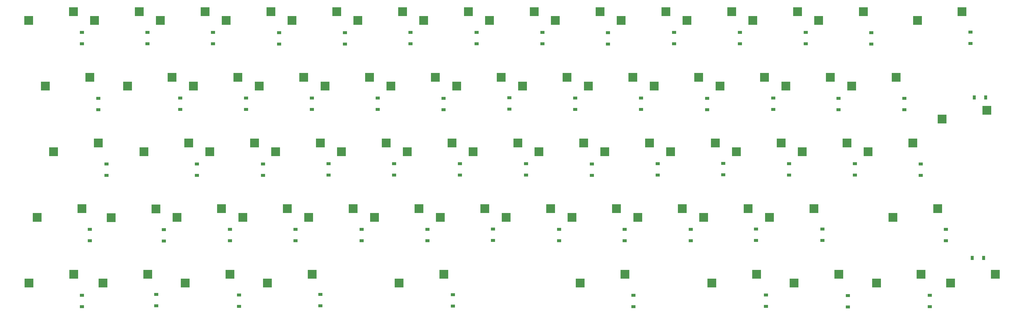
<source format=gbp>
G04 #@! TF.GenerationSoftware,KiCad,Pcbnew,(6.0.7-1)-1*
G04 #@! TF.CreationDate,2022-10-03T10:16:15+02:00*
G04 #@! TF.ProjectId,staggered-keyboard,73746167-6765-4726-9564-2d6b6579626f,rev?*
G04 #@! TF.SameCoordinates,Original*
G04 #@! TF.FileFunction,Paste,Bot*
G04 #@! TF.FilePolarity,Positive*
%FSLAX46Y46*%
G04 Gerber Fmt 4.6, Leading zero omitted, Abs format (unit mm)*
G04 Created by KiCad (PCBNEW (6.0.7-1)-1) date 2022-10-03 10:16:15*
%MOMM*%
%LPD*%
G01*
G04 APERTURE LIST*
%ADD10R,2.550000X2.500000*%
%ADD11R,1.200000X0.900000*%
%ADD12R,0.900000X1.200000*%
G04 APERTURE END LIST*
D10*
X192892500Y-165717500D03*
X205819500Y-163177500D03*
X245280000Y-203817500D03*
X258207000Y-201277500D03*
X302430000Y-203817500D03*
X315357000Y-201277500D03*
X326242500Y-165717500D03*
X339169500Y-163177500D03*
X292905000Y-184767500D03*
X305832000Y-182227500D03*
X345277500Y-146672500D03*
X358204500Y-144132500D03*
X211942500Y-165717500D03*
X224869500Y-163177500D03*
X354865000Y-222885000D03*
X367792000Y-220345000D03*
X88125000Y-146680000D03*
X101052000Y-144140000D03*
X202417500Y-146667500D03*
X215344500Y-144127500D03*
X259567500Y-146667500D03*
X272494500Y-144127500D03*
X264330000Y-203817500D03*
X277257000Y-201277500D03*
X135742500Y-165717500D03*
X148669500Y-163177500D03*
X288142500Y-165717500D03*
X301069500Y-163177500D03*
X230992500Y-165717500D03*
X243919500Y-163177500D03*
X221467500Y-146667500D03*
X234394500Y-144127500D03*
X130980000Y-203817500D03*
X143907000Y-201277500D03*
X111995000Y-203850000D03*
X124922000Y-201310000D03*
X88165000Y-222885000D03*
X101092000Y-220345000D03*
X126217500Y-146667500D03*
X139144500Y-144127500D03*
X250042500Y-165717500D03*
X262969500Y-163177500D03*
X145267500Y-146667500D03*
X158194500Y-144127500D03*
X226230000Y-203817500D03*
X239157000Y-201277500D03*
X285808750Y-222885000D03*
X298735750Y-220345000D03*
X338196250Y-203835000D03*
X351123250Y-201295000D03*
X109596250Y-222885000D03*
X122523250Y-220345000D03*
X247708750Y-222885000D03*
X260635750Y-220345000D03*
X278617500Y-146667500D03*
X291544500Y-144127500D03*
X216705000Y-184767500D03*
X229632000Y-182227500D03*
X316717500Y-146667500D03*
X329644500Y-144127500D03*
X331005000Y-184767500D03*
X343932000Y-182227500D03*
X235755000Y-184767500D03*
X248682000Y-182227500D03*
X352436250Y-175242500D03*
X365363250Y-172702500D03*
X164317500Y-146667500D03*
X177244500Y-144127500D03*
X159555000Y-184767500D03*
X172482000Y-182227500D03*
X311955000Y-184767500D03*
X324882000Y-182227500D03*
X107135000Y-146670000D03*
X120062000Y-144130000D03*
X157221250Y-222885000D03*
X170148250Y-220345000D03*
X92890000Y-165710000D03*
X105817000Y-163170000D03*
X133408750Y-222885000D03*
X146335750Y-220345000D03*
X307192500Y-165717500D03*
X320119500Y-163177500D03*
X309621250Y-222885000D03*
X322548250Y-220345000D03*
X240517500Y-146667500D03*
X253444500Y-144127500D03*
X197655000Y-184767500D03*
X210582000Y-182227500D03*
X95308750Y-184785000D03*
X108235750Y-182245000D03*
X154792500Y-165717500D03*
X167719500Y-163177500D03*
X169080000Y-203817500D03*
X182007000Y-201277500D03*
X178605000Y-184767500D03*
X191532000Y-182227500D03*
X297667500Y-146667500D03*
X310594500Y-144127500D03*
X207180000Y-203817500D03*
X220107000Y-201277500D03*
X90546250Y-203835000D03*
X103473250Y-201295000D03*
X333433750Y-222885000D03*
X346360750Y-220345000D03*
X254805000Y-184767500D03*
X267732000Y-182227500D03*
X283380000Y-203817500D03*
X296307000Y-201277500D03*
X183367500Y-146667500D03*
X196294500Y-144127500D03*
X269092500Y-165717500D03*
X282019500Y-163177500D03*
X121455000Y-184767500D03*
X134382000Y-182227500D03*
X188130000Y-203817500D03*
X201057000Y-201277500D03*
X150030000Y-203817500D03*
X162957000Y-201277500D03*
X173842500Y-165717500D03*
X186769500Y-163177500D03*
X273855000Y-184767500D03*
X286782000Y-182227500D03*
X116692500Y-165717500D03*
X129619500Y-163177500D03*
X195321250Y-222885000D03*
X208248250Y-220345000D03*
X140505000Y-184767500D03*
X153432000Y-182227500D03*
D11*
X170070000Y-172490000D03*
X170070000Y-169190000D03*
X327190000Y-191520000D03*
X327190000Y-188220000D03*
X331950000Y-153500000D03*
X331950000Y-150200000D03*
D12*
X365010000Y-169000000D03*
X361710000Y-169000000D03*
D11*
X251050000Y-191600000D03*
X251050000Y-188300000D03*
X210880000Y-229570000D03*
X210880000Y-226270000D03*
X317760000Y-210490000D03*
X317760000Y-207190000D03*
X274860000Y-153450000D03*
X274860000Y-150150000D03*
X260550000Y-210550000D03*
X260550000Y-207250000D03*
X231990000Y-191550000D03*
X231990000Y-188250000D03*
X322420000Y-172520000D03*
X322420000Y-169220000D03*
X227180000Y-172420000D03*
X227180000Y-169120000D03*
X165330000Y-210580000D03*
X165330000Y-207280000D03*
X265330000Y-172450000D03*
X265330000Y-169150000D03*
X284400000Y-172520000D03*
X284400000Y-169220000D03*
X108210000Y-172550000D03*
X108210000Y-169250000D03*
X246250000Y-172500000D03*
X246250000Y-169200000D03*
X174900000Y-191550000D03*
X174900000Y-188250000D03*
X312950000Y-153460000D03*
X312950000Y-150160000D03*
X122430000Y-153420000D03*
X122430000Y-150120000D03*
X217680000Y-153430000D03*
X217680000Y-150130000D03*
X160570000Y-153530000D03*
X160570000Y-150230000D03*
X303530000Y-172490000D03*
X303530000Y-169190000D03*
X103480000Y-229730000D03*
X103480000Y-226430000D03*
X301440000Y-229630000D03*
X301440000Y-226330000D03*
X236760000Y-153400000D03*
X236760000Y-150100000D03*
X105800000Y-210580000D03*
X105800000Y-207280000D03*
X131950000Y-172490000D03*
X131950000Y-169190000D03*
X198600000Y-153430000D03*
X198600000Y-150130000D03*
X193810000Y-191550000D03*
X193810000Y-188250000D03*
X263130000Y-229700000D03*
X263130000Y-226400000D03*
X148950000Y-229660000D03*
X148950000Y-226360000D03*
X103470000Y-153450000D03*
X103470000Y-150150000D03*
X212850000Y-191550000D03*
X212850000Y-188250000D03*
X289130000Y-191400000D03*
X289130000Y-188100000D03*
X127220000Y-210630000D03*
X127220000Y-207330000D03*
X125040000Y-229440000D03*
X125040000Y-226140000D03*
X279730000Y-210550000D03*
X279730000Y-207250000D03*
X341530000Y-172520000D03*
X341530000Y-169220000D03*
X360610000Y-153300000D03*
X360610000Y-150000000D03*
X184410000Y-210580000D03*
X184410000Y-207280000D03*
X241570000Y-210610000D03*
X241570000Y-207310000D03*
X179620000Y-153490000D03*
X179620000Y-150190000D03*
X136770000Y-191600000D03*
X136770000Y-188300000D03*
X151010000Y-172490000D03*
X151010000Y-169190000D03*
X110650000Y-191600000D03*
X110650000Y-188300000D03*
X208190000Y-172550000D03*
X208190000Y-169250000D03*
X255760000Y-153470000D03*
X255760000Y-150170000D03*
X325130000Y-229780000D03*
X325130000Y-226480000D03*
X172500000Y-229440000D03*
X172500000Y-226140000D03*
X353560000Y-210540000D03*
X353560000Y-207240000D03*
X141460000Y-153450000D03*
X141460000Y-150150000D03*
X348840000Y-229700000D03*
X348840000Y-226400000D03*
X146310000Y-210580000D03*
X146310000Y-207280000D03*
X298600000Y-210490000D03*
X298600000Y-207190000D03*
X308150000Y-191520000D03*
X308150000Y-188220000D03*
X203480000Y-210610000D03*
X203480000Y-207310000D03*
X270120000Y-191500000D03*
X270120000Y-188200000D03*
X346280000Y-191570000D03*
X346280000Y-188270000D03*
X222490000Y-210500000D03*
X222490000Y-207200000D03*
X189130000Y-172450000D03*
X189130000Y-169150000D03*
X155880000Y-191600000D03*
X155880000Y-188300000D03*
D12*
X361180000Y-215580000D03*
X364480000Y-215580000D03*
D11*
X293930000Y-153430000D03*
X293930000Y-150130000D03*
M02*

</source>
